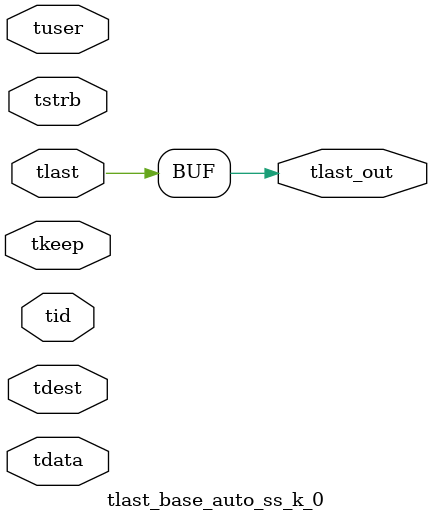
<source format=v>


`timescale 1ps/1ps

module tlast_base_auto_ss_k_0 #
(
parameter C_S_AXIS_TID_WIDTH   = 1,
parameter C_S_AXIS_TUSER_WIDTH = 0,
parameter C_S_AXIS_TDATA_WIDTH = 0,
parameter C_S_AXIS_TDEST_WIDTH = 0
)
(
input  [(C_S_AXIS_TID_WIDTH   == 0 ? 1 : C_S_AXIS_TID_WIDTH)-1:0       ] tid,
input  [(C_S_AXIS_TDATA_WIDTH == 0 ? 1 : C_S_AXIS_TDATA_WIDTH)-1:0     ] tdata,
input  [(C_S_AXIS_TUSER_WIDTH == 0 ? 1 : C_S_AXIS_TUSER_WIDTH)-1:0     ] tuser,
input  [(C_S_AXIS_TDEST_WIDTH == 0 ? 1 : C_S_AXIS_TDEST_WIDTH)-1:0     ] tdest,
input  [(C_S_AXIS_TDATA_WIDTH/8)-1:0 ] tkeep,
input  [(C_S_AXIS_TDATA_WIDTH/8)-1:0 ] tstrb,
input  [0:0]                                                             tlast,
output                                                                   tlast_out
);

assign tlast_out = {tlast};

endmodule


</source>
